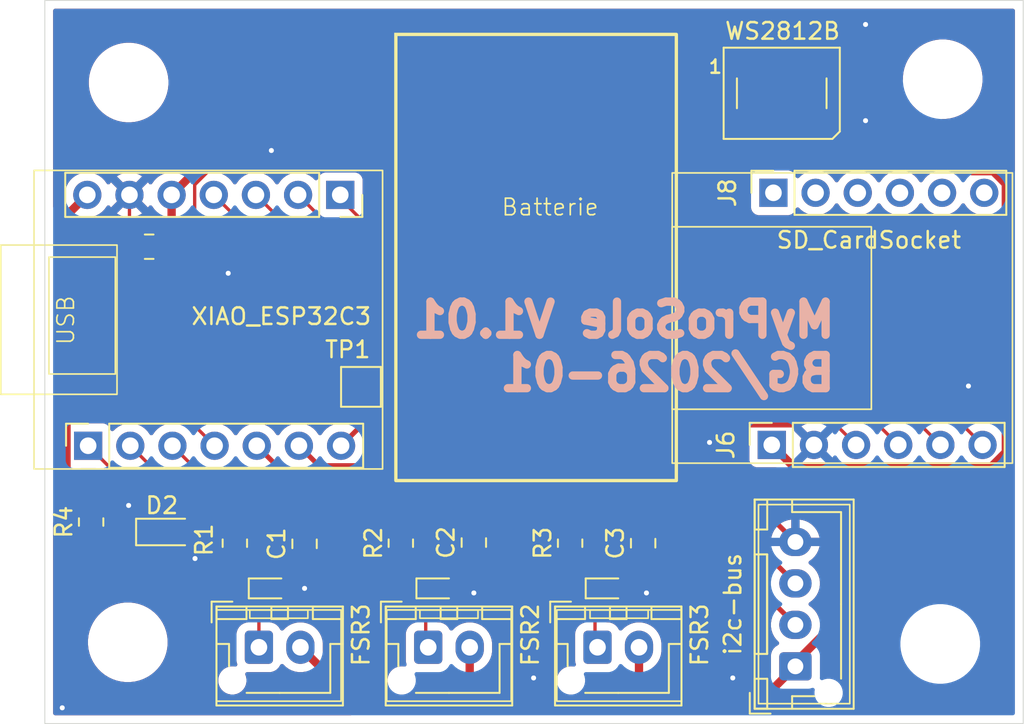
<source format=kicad_pcb>
(kicad_pcb (version 20241229) (generator "pcbnew") (generator_version "9.0")
  (title_block (title "MyProSolePCB") (date "2025-12-09") (rev "1.0"))
  (layers (0 "F.Cu" signal) (2 "B.Cu" signal) (13 "F.Paste" user) (15 "B.Paste" user) (5 "F.SilkS" user "F.Silkscreen") (7 "B.SilkS" user "B.Silkscreen") (1 "F.Mask" user) (3 "B.Mask" user) (25 "Edge.Cuts" user))
  (net 0 "")
  (net 1 "/FSR1_Input")
  (net 2 "GND")
  (net 3 "/FSR2_Input")
  (net 4 "/FSR3_Input")
  (net 5 "+3.3V")
  (net 7 "/RGB_LED")
  (net 8 "Net-(D2-A)")
  (net 9 "Net-(J4-GPIO_21)")
  (net 10 "/SCL")
  (net 11 "/SDA")
  (net 12 "/CS")
  (net 13 "/MISO")
  (net 14 "/MOSI")
  (net 15 "/SCK")
  (net 16 "+5V")
  (footprint "MountingHole:MountingHole_4.3mm_M4" (layer "F.Cu") (at 81.15 84.45)
    (property "Reference" "REF**" (hide yes))
    (property "Value" "MountingHole_4.3mm_M4" (hide yes))
    (pad "" np_thru_hole circle (at 0 0) (size 4.3 4.3) (drill 4.3) (layers "*.Cu" "*.Mask"))
  )
  (footprint "Resistor_SMD:R_0805_2012Metric_Pad1.20x1.40mm_HandSolder" (layer "F.Cu") (at 97.6 78.475 90)
    (property "Reference" "R2" (at 0 -1.65 90) (layer "F.SilkS"))
    (property "Value" "2kΩ")
    (fp_line (start -0.227064 -0.735) (end 0.227064 -0.735) (stroke (width 0.12)) (layer "F.SilkS"))
    (fp_line (start -0.227064 0.735) (end 0.227064 0.735) (stroke (width 0.12)) (layer "F.SilkS"))
    (pad "1" smd roundrect (at -1 0 90) (size 1.2 1.4) (layers "F.Cu" "F.Mask" "F.Paste") (roundrect_rratio 0.208333) (net 2 "GND"))
    (pad "2" smd roundrect (at 1 0 90) (size 1.2 1.4) (layers "F.Cu" "F.Mask" "F.Paste") (roundrect_rratio 0.208333) (net 3 "/FSR2_Input"))
  )
  (footprint "MyProSoleLibrary:jst_4pin" (layer "F.Cu") (at 121.9 82.4 90)
    (property "Reference" "REF**" (hide yes))
    (property "Value" "jst_4pin" (hide yes))
    (fp_rect (start -2.75 -2.75) (end 3.25 -2.25) (stroke (width 0.1)) (fill no) (layer "F.SilkS"))
    (fp_rect (start -5.75 -2.75) (end 6.25 2.75) (stroke (width 0.1)) (fill no) (layer "F.SilkS"))
  )
  (footprint "Resistor_SMD:R_0805_2012Metric_Pad1.20x1.40mm_HandSolder" (layer "F.Cu") (at 107.8 78.475 90)
    (property "Reference" "R3" (at 0 -1.65 90) (layer "F.SilkS"))
    (property "Value" "2kΩ")
    (fp_line (start -0.227064 -0.735) (end 0.227064 -0.735) (stroke (width 0.12)) (layer "F.SilkS"))
    (fp_line (start -0.227064 0.735) (end 0.227064 0.735) (stroke (width 0.12)) (layer "F.SilkS"))
    (pad "1" smd roundrect (at -1 0 90) (size 1.2 1.4) (layers "F.Cu" "F.Mask" "F.Paste") (roundrect_rratio 0.208333) (net 2 "GND"))
    (pad "2" smd roundrect (at 1 0 90) (size 1.2 1.4) (layers "F.Cu" "F.Mask" "F.Paste") (roundrect_rratio 0.208333) (net 4 "/FSR3_Input"))
  )
  (footprint "MyProSoleLibrary:2pin_jst" (layer "F.Cu") (at 94 85.5)
    (property "Reference" "REF**" (hide yes))
    (property "Value" "2pin_jst" (hide yes))
    (fp_rect (start -7.5 -3) (end 0 2.5) (stroke (width 0.1)) (fill no) (layer "F.SilkS"))
    (fp_rect (start -5.5 -3) (end -2 -2.5) (stroke (width 0.1)) (fill no) (layer "F.SilkS"))
  )
  (footprint "Diode_SMD:D_SOD-523" (layer "F.Cu") (at 110 81.2)
    (property "Reference" "D5" (hide yes))
    (property "Value" "ESD5Zxx")
    (fp_line (start -1.26 -0.6) (end -1.26 0.6) (stroke (width 0.12)) (layer "F.SilkS"))
    (fp_line (start 0.7 -0.6) (end -1.26 -0.6) (stroke (width 0.12)) (layer "F.SilkS"))
    (fp_line (start 0.7 0.6) (end -1.26 0.6) (stroke (width 0.12)) (layer "F.SilkS"))
    (pad "1" smd roundrect (at -0.7 0 180) (size 0.6 0.7) (layers "F.Cu" "F.Mask" "F.Paste") (net 4 "/FSR3_Input"))
    (pad "2" smd roundrect (at 0.7 0 180) (size 0.6 0.7) (layers "F.Cu" "F.Mask" "F.Paste") (net 2 "GND"))
  )
  (footprint "Resistor_SMD:R_0805_2012Metric_Pad1.20x1.40mm_HandSolder" (layer "F.Cu") (at 78.941 77.2 90)
    (property "Reference" "R4" (at 0 -1.65 90) (layer "F.SilkS"))
    (property "Value" "330Ω")
    (fp_line (start -0.227064 -0.735) (end 0.227064 -0.735) (stroke (width 0.12)) (layer "F.SilkS"))
    (fp_line (start -0.227064 0.735) (end 0.227064 0.735) (stroke (width 0.12)) (layer "F.SilkS"))
    (pad "1" smd roundrect (at -1 0 90) (size 1.2 1.4) (layers "F.Cu" "F.Mask" "F.Paste") (roundrect_rratio 0.208333) (net 16 "+5V"))
    (pad "2" smd roundrect (at 1 0 90) (size 1.2 1.4) (layers "F.Cu" "F.Mask" "F.Paste") (roundrect_rratio 0.208333) (net 8 "Net-(D2-A)"))
  )
  (footprint "Diode_SMD:D_SOD-523" (layer "F.Cu") (at 89.7 81.2)
    (property "Reference" "D3" (hide yes))
    (property "Value" "ESD5Zxx")
    (fp_line (start -1.26 -0.6) (end -1.26 0.6) (stroke (width 0.12)) (layer "F.SilkS"))
    (fp_line (start 0.7 -0.6) (end -1.26 -0.6) (stroke (width 0.12)) (layer "F.SilkS"))
    (fp_line (start 0.7 0.6) (end -1.26 0.6) (stroke (width 0.12)) (layer "F.SilkS"))
    (pad "1" smd roundrect (at -0.7 0 180) (size 0.6 0.7) (layers "F.Cu" "F.Mask" "F.Paste") (net 1 "/FSR1_Input"))
    (pad "2" smd roundrect (at 0.7 0 180) (size 0.6 0.7) (layers "F.Cu" "F.Mask" "F.Paste") (net 2 "GND"))
  )
  (footprint "Connector_JST:JST_XH_B4B-XH-AM_1x04_P2.50mm_Vertical" (layer "F.Cu") (at 121.375 85.9 90)
    (property "Reference" "J5" (hide yes))
    (property "Value" "i2c-bus" (at 3.75 -3.775 90) (layer "F.SilkS"))
    (fp_line (start -1.6 -2.75) (end -2.85 -2.75) (stroke (width 0.12)) (layer "F.SilkS"))
    (fp_line (start -2.85 -2.75) (end -2.85 -1.5) (stroke (width 0.12)) (layer "F.SilkS"))
    (fp_line (start 10.06 -2.46) (end -2.56 -2.46) (stroke (width 0.12)) (layer "F.SilkS"))
    (fp_line (start -2.56 -2.46) (end -2.56 3.51) (stroke (width 0.12)) (layer "F.SilkS"))
    (fp_line (start 10.05 -2.45) (end 8.25 -2.45) (stroke (width 0.12)) (layer "F.SilkS"))
    (fp_line (start 8.25 -2.45) (end 8.25 -1.7) (stroke (width 0.12)) (layer "F.SilkS"))
    (fp_line (start 6.75 -2.45) (end 0.75 -2.45) (stroke (width 0.12)) (layer "F.SilkS"))
    (fp_line (start 0.75 -2.45) (end 0.75 -1.7) (stroke (width 0.12)) (layer "F.SilkS"))
    (fp_line (start -0.75 -2.45) (end -2.55 -2.45) (stroke (width 0.12)) (layer "F.SilkS"))
    (fp_line (start -2.55 -2.45) (end -2.55 -1.7) (stroke (width 0.12)) (layer "F.SilkS"))
    (fp_line (start 10.05 -1.7) (end 10.05 -2.45) (stroke (width 0.12)) (layer "F.SilkS"))
    (fp_line (start 8.25 -1.7) (end 10.05 -1.7) (stroke (width 0.12)) (layer "F.SilkS"))
    (fp_line (start 6.75 -1.7) (end 6.75 -2.45) (stroke (width 0.12)) (layer "F.SilkS"))
    (fp_line (start 0.75 -1.7) (end 6.75 -1.7) (stroke (width 0.12)) (layer "F.SilkS"))
    (fp_line (start -0.75 -1.7) (end -0.75 -2.45) (stroke (width 0.12)) (layer "F.SilkS"))
    (fp_line (start -2.55 -1.7) (end -0.75 -1.7) (stroke (width 0.12)) (layer "F.SilkS"))
    (fp_line (start 10.05 -0.2) (end 9.3 -0.2) (stroke (width 0.12)) (layer "F.SilkS"))
    (fp_line (start 9.3 -0.2) (end 9.3 2.75) (stroke (width 0.12)) (layer "F.SilkS"))
    (fp_line (start -1.8 -0.2) (end -1.8 1.14) (stroke (width 0.12)) (layer "F.SilkS"))
    (fp_line (start -2.55 -0.2) (end -1.8 -0.2) (stroke (width 0.12)) (layer "F.SilkS"))
    (fp_line (start 9.3 2.75) (end 3.75 2.75) (stroke (width 0.12)) (layer "F.SilkS"))
    (fp_line (start 3.75 2.75) (end -0.74 2.75) (stroke (width 0.12)) (layer "F.SilkS"))
    (fp_line (start 10.06 3.51) (end 10.06 -2.46) (stroke (width 0.12)) (layer "F.SilkS"))
    (fp_line (start -2.56 3.51) (end 10.06 3.51) (stroke (width 0.12)) (layer "F.SilkS"))
    (pad "" np_thru_hole circle (at -1.6 2 90) (size 1.2 1.2) (drill 1.2) (layers "*.Cu" "*.Mask"))
    (pad "1" thru_hole roundrect (at 0 0 90) (size 1.7 1.95) (drill 0.95) (layers "*.Cu" "*.Mask") (roundrect_rratio 0.147059) (net 5 "+3.3V"))
    (pad "2" thru_hole oval (at 2.5 0 90) (size 1.7 1.95) (drill 0.95) (layers "*.Cu" "*.Mask") (net 11 "/SDA"))
    (pad "3" thru_hole oval (at 5 0 90) (size 1.7 1.95) (drill 0.95) (layers "*.Cu" "*.Mask") (net 10 "/SCL"))
    (pad "4" thru_hole oval (at 7.5 0 90) (size 1.7 1.95) (drill 0.95) (layers "*.Cu" "*.Mask") (net 2 "GND"))
  )
  (footprint "MyProSoleLibrary:Seeed_ESP32C3_Offset" (layer "F.Cu") (at 86 64)
    (property "Reference" "REF**" (hide yes))
    (property "Value" "Seeed_ESP32C3_Offset" (hide yes))
    (fp_rect (start -12.5 -3.5) (end -5.5 5.5) (stroke (width 0.1)) (fill no) (layer "F.SilkS"))
    (fp_rect (start -10.5 -8) (end 10.5 10) (stroke (width 0.1)) (fill no) (layer "F.SilkS"))
  )
  (footprint "MyProSoleLibrary:2pin_jst" (layer "F.Cu") (at 104.25 85.5)
    (property "Reference" "REF**" (hide yes))
    (property "Value" "2pin_jst" (hide yes))
    (fp_rect (start -7.5 -3) (end 0 2.5) (stroke (width 0.1)) (fill no) (layer "F.SilkS"))
    (fp_rect (start -5.5 -3) (end -2 -2.5) (stroke (width 0.1)) (fill no) (layer "F.SilkS"))
  )
  (footprint "Capacitor_SMD:C_0805_2012Metric_Pad1.18x1.45mm_HandSolder" (layer "F.Cu") (at 102 78.4375 90)
    (property "Reference" "C2" (at 0 -1.68 90) (layer "F.SilkS"))
    (property "Value" "10nF")
    (fp_line (start -0.261252 -0.735) (end 0.261252 -0.735) (stroke (width 0.12)) (layer "F.SilkS"))
    (fp_line (start -0.261252 0.735) (end 0.261252 0.735) (stroke (width 0.12)) (layer "F.SilkS"))
    (pad "1" smd roundrect (at -1.0375 0 90) (size 1.175 1.45) (layers "F.Cu" "F.Mask" "F.Paste") (roundrect_rratio 0.212766) (net 2 "GND"))
    (pad "2" smd roundrect (at 1.0375 0 90) (size 1.175 1.45) (layers "F.Cu" "F.Mask" "F.Paste") (roundrect_rratio 0.212766) (net 3 "/FSR2_Input"))
  )
  (footprint "MountingHole:MountingHole_4.3mm_M4" (layer "F.Cu") (at 130.1 84.55)
    (property "Reference" "REF**" (hide yes))
    (property "Value" "MountingHole_4.3mm_M4" (hide yes))
    (pad "" np_thru_hole circle (at 0 0) (size 4.3 4.3) (drill 4.3) (layers "*.Cu" "*.Mask"))
  )
  (footprint "LED_SMD:LED_miniPLCC_2315_Handsoldering" (layer "F.Cu") (at 83.45 77.8)
    (property "Reference" "D2" (at -0.25 -1.6 0) (layer "F.SilkS"))
    (property "Value" "USB-LED" (hide yes))
    (fp_line (start -1.8 0.8) (end -1.8 -0.8) (stroke (width 0.12)) (layer "F.SilkS"))
    (fp_line (start -1.8 0.8) (end 1.15 0.8) (stroke (width 0.12)) (layer "F.SilkS"))
    (fp_line (start 1.15 -0.8) (end -1.8 -0.8) (stroke (width 0.12)) (layer "F.SilkS"))
    (pad "1" smd rect (at -1 0 180) (size 1.2 1) (layers "F.Cu" "F.Mask" "F.Paste") (net 2 "GND"))
    (pad "2" smd rect (at 1 0 180) (size 1.2 1) (layers "F.Cu" "F.Mask" "F.Paste") (net 8 "Net-(D2-A)"))
  )
  (footprint "MyProSoleLibrary:diy_sdcard" (layer "F.Cu") (at 125.7 68.65 180)
    (property "Reference" "REF**" (hide yes))
    (property "Value" "diy_sdcard" (hide yes))
    (fp_rect (start -0.25 -1.75) (end 11.75 9.25) (stroke (width 0.1)) (fill no) (layer "F.SilkS"))
    (fp_rect (start -8.75 -5) (end 11.75 12.5) (stroke (width 0.1)) (fill no) (layer "F.SilkS"))
  )
  (footprint "MountingHole:MountingHole_4.3mm_M4" (layer "F.Cu") (at 81.2 50.7)
    (property "Reference" "REF**" (hide yes))
    (property "Value" "MountingHole_4.3mm_M4" (hide yes))
    (pad "" np_thru_hole circle (at 0 0) (size 4.3 4.3) (drill 4.3) (layers "*.Cu" "*.Mask"))
  )
  (footprint "Diode_SMD:D_SOD-523" (layer "F.Cu") (at 99.8 81.2)
    (property "Reference" "D4" (hide yes))
    (property "Value" "ESD5Zxx")
    (fp_line (start -1.26 -0.6) (end -1.26 0.6) (stroke (width 0.12)) (layer "F.SilkS"))
    (fp_line (start 0.7 -0.6) (end -1.26 -0.6) (stroke (width 0.12)) (layer "F.SilkS"))
    (fp_line (start 0.7 0.6) (end -1.26 0.6) (stroke (width 0.12)) (layer "F.SilkS"))
    (pad "1" smd roundrect (at -0.7 0 180) (size 0.6 0.7) (layers "F.Cu" "F.Mask" "F.Paste") (net 3 "/FSR2_Input"))
    (pad "2" smd roundrect (at 0.7 0 180) (size 0.6 0.7) (layers "F.Cu" "F.Mask" "F.Paste") (net 2 "GND"))
  )
  (footprint "MountingHole:MountingHole_4.3mm_M4" (layer "F.Cu") (at 130.25 50.5)
    (property "Reference" "REF**" (hide yes))
    (property "Value" "MountingHole_4.3mm_M4" (hide yes))
    (pad "" np_thru_hole circle (at 0 0) (size 4.3 4.3) (drill 4.3) (layers "*.Cu" "*.Mask"))
  )
  (footprint "Connector_PinSocket_2.54mm:PinSocket_1x07_P2.54mm_Vertical" (layer "F.Cu") (at 93.95 57.475 -90)
    (property "Reference" "J7" (hide yes))
    (property "Value" "XIAO_ESP32C3" (at 7.325 3.55 180) (layer "F.SilkS"))
    (fp_line (start -1.33 16.57) (end 1.33 16.57) (stroke (width 0.12)) (layer "F.SilkS"))
    (fp_line (start -1.33 1.27) (end -1.33 16.57) (stroke (width 0.12)) (layer "F.SilkS"))
    (fp_line (start -1.33 1.27) (end 1.33 1.27) (stroke (width 0.12)) (layer "F.SilkS"))
    (fp_line (start 1.33 1.27) (end 1.33 16.57) (stroke (width 0.12)) (layer "F.SilkS"))
    (fp_line (start 0 -1.33) (end 1.33 -1.33) (stroke (width 0.12)) (layer "F.SilkS"))
    (fp_line (start 1.33 -1.33) (end 1.33 0) (stroke (width 0.12)) (layer "F.SilkS"))
    (pad "1" thru_hole rect (at 0 0 270) (size 1.7 1.7) (drill 1) (layers "*.Cu" "*.Mask") (net 12 "/CS"))
    (pad "2" thru_hole circle (at 0 2.54 270) (size 1.7 1.7) (drill 1) (layers "*.Cu" "*.Mask") (net 15 "/SCK"))
    (pad "3" thru_hole circle (at 0 5.08 270) (size 1.7 1.7) (drill 1) (layers "*.Cu" "*.Mask") (net 13 "/MISO"))
    (pad "4" thru_hole circle (at 0 7.62 270) (size 1.7 1.7) (drill 1) (layers "*.Cu" "*.Mask") (net 14 "/MOSI"))
    (pad "5" thru_hole circle (at 0 10.16 270) (size 1.7 1.7) (drill 1) (layers "*.Cu" "*.Mask") (net 5 "+3.3V"))
    (pad "6" thru_hole circle (at 0 12.7 270) (size 1.7 1.7) (drill 1) (layers "*.Cu" "*.Mask") (net 2 "GND"))
    (pad "7" thru_hole circle (at 0 15.24 270) (size 1.7 1.7) (drill 1) (layers "*.Cu" "*.Mask") (net 16 "+5V"))
  )
  (footprint "Connector_JST:JST_XH_B2B-XH-AM_1x02_P2.50mm_Vertical" (layer "F.Cu") (at 109.45 84.75)
    (property "Reference" "J3" (hide yes))
    (property "Value" "FSR3" (at 6.15 -0.75 90) (layer "F.SilkS"))
    (fp_line (start -2.85 -2.75) (end -2.85 -1.5) (stroke (width 0.12)) (layer "F.SilkS"))
    (fp_line (start -2.56 -2.46) (end -2.56 3.51) (stroke (width 0.12)) (layer "F.SilkS"))
    (fp_line (start -2.56 3.51) (end 5.06 3.51) (stroke (width 0.12)) (layer "F.SilkS"))
    (fp_line (start -2.55 -2.45) (end -2.55 -1.7) (stroke (width 0.12)) (layer "F.SilkS"))
    (fp_line (start -2.55 -1.7) (end -0.75 -1.7) (stroke (width 0.12)) (layer "F.SilkS"))
    (fp_line (start -2.55 -0.2) (end -1.8 -0.2) (stroke (width 0.12)) (layer "F.SilkS"))
    (fp_line (start -1.8 -0.2) (end -1.8 1.14) (stroke (width 0.12)) (layer "F.SilkS"))
    (fp_line (start -1.6 -2.75) (end -2.85 -2.75) (stroke (width 0.12)) (layer "F.SilkS"))
    (fp_line (start -0.75 -2.45) (end -2.55 -2.45) (stroke (width 0.12)) (layer "F.SilkS"))
    (fp_line (start -0.75 -1.7) (end -0.75 -2.45) (stroke (width 0.12)) (layer "F.SilkS"))
    (fp_line (start 0.75 -2.45) (end 0.75 -1.7) (stroke (width 0.12)) (layer "F.SilkS"))
    (fp_line (start 0.75 -1.7) (end 1.75 -1.7) (stroke (width 0.12)) (layer "F.SilkS"))
    (fp_line (start 1.25 2.75) (end -0.74 2.75) (stroke (width 0.12)) (layer "F.SilkS"))
    (fp_line (start 1.75 -2.45) (end 0.75 -2.45) (stroke (width 0.12)) (layer "F.SilkS"))
    (fp_line (start 1.75 -1.7) (end 1.75 -2.45) (stroke (width 0.12)) (layer "F.SilkS"))
    (fp_line (start 3.25 -2.45) (end 3.25 -1.7) (stroke (width 0.12)) (layer "F.SilkS"))
    (fp_line (start 3.25 -1.7) (end 5.05 -1.7) (stroke (width 0.12)) (layer "F.SilkS"))
    (fp_line (start 4.3 -0.2) (end 4.3 2.75) (stroke (width 0.12)) (layer "F.SilkS"))
    (fp_line (start 4.3 2.75) (end 1.25 2.75) (stroke (width 0.12)) (layer "F.SilkS"))
    (fp_line (start 5.05 -2.45) (end 3.25 -2.45) (stroke (width 0.12)) (layer "F.SilkS"))
    (fp_line (start 5.05 -1.7) (end 5.05 -2.45) (stroke (width 0.12)) (layer "F.SilkS"))
    (fp_line (start 5.05 -0.2) (end 4.3 -0.2) (stroke (width 0.12)) (layer "F.SilkS"))
    (fp_line (start 5.06 -2.46) (end -2.56 -2.46) (stroke (width 0.12)) (layer "F.SilkS"))
    (fp_line (start 5.06 3.51) (end 5.06 -2.46) (stroke (width 0.12)) (layer "F.SilkS"))
    (pad "" np_thru_hole circle (at -1.6 2) (size 1.2 1.2) (drill 1.2) (layers "*.Cu" "*.Mask"))
    (pad "1" thru_hole roundrect (at 0 0) (size 1.7 2) (drill 1) (layers "*.Cu" "*.Mask") (roundrect_rratio 0.147059) (net 4 "/FSR3_Input"))
    (pad "2" thru_hole oval (at 2.5 0) (size 1.7 2) (drill 1) (layers "*.Cu" "*.Mask") (net 5 "+3.3V"))
  )
  (footprint "Capacitor_SMD:C_0805_2012Metric_Pad1.18x1.45mm_HandSolder" (layer "F.Cu") (at 91.8 78.5125 90)
    (property "Reference" "C1" (at 0 -1.68 90) (layer "F.SilkS"))
    (property "Value" "10nF")
    (fp_line (start -0.261252 -0.735) (end 0.261252 -0.735) (stroke (width 0.12)) (layer "F.SilkS"))
    (fp_line (start -0.261252 0.735) (end 0.261252 0.735) (stroke (width 0.12)) (layer "F.SilkS"))
    (pad "1" smd roundrect (at -1.0375 0 90) (size 1.175 1.45) (layers "F.Cu" "F.Mask" "F.Paste") (roundrect_rratio 0.212766) (net 2 "GND"))
    (pad "2" smd roundrect (at 1.0375 0 90) (size 1.175 1.45) (layers "F.Cu" "F.Mask" "F.Paste") (roundrect_rratio 0.212766) (net 1 "/FSR1_Input"))
  )
  (footprint "LED_SMD:LED_WS2812B_PLCC4_5.0x5.0mm_P3.2mm" (layer "F.Cu") (at 120.55 51.35)
    (property "Reference" "D1" (hide yes))
    (property "Value" "WS2812B" (at 0.05 -3.75 0) (layer "F.SilkS"))
    (fp_line (start -3.5 -2.75) (end -3.5 2.75) (stroke (width 0.12)) (layer "F.SilkS"))
    (fp_line (start -3.5 -2.75) (end 3.5 -2.75) (stroke (width 0.12)) (layer "F.SilkS"))
    (fp_line (start -3.5 2.75) (end 3.05 2.75) (stroke (width 0.12)) (layer "F.SilkS"))
    (fp_line (start -2.7 0.9) (end -2.7 -0.9) (stroke (width 0.12)) (layer "F.SilkS"))
    (fp_line (start 2.7 0.9) (end 2.7 -0.9) (stroke (width 0.12)) (layer "F.SilkS"))
    (fp_line (start 3.05 2.75) (end 3.5 2.3) (stroke (width 0.12)) (layer "F.SilkS"))
    (fp_line (start 3.5 2.3) (end 3.5 -2.75) (stroke (width 0.12)) (layer "F.SilkS"))
    (fp_text user "1" (at -4 -1.6 0) (layer "F.SilkS") (effects (font (size 0.8 0.8))))
    (pad "1" smd roundrect (at -2.45 -1.65) (size 1.5 0.9) (layers "F.Cu" "F.Mask" "F.Paste") (roundrect_rratio 0.1) (net 5 "+3.3V"))
    (pad "2" smd roundrect (at -2.45 1.65) (size 1.5 0.9) (layers "F.Cu" "F.Mask" "F.Paste") (roundrect_rratio 0.1))
    (pad "3" smd roundrect (at 2.45 1.65) (size 1.5 0.9) (layers "F.Cu" "F.Mask" "F.Paste") (roundrect_rratio 0.1) (net 2 "GND"))
    (pad "4" smd roundrect (at 2.45 -1.65) (size 1.5 0.9) (layers "F.Cu" "F.Mask" "F.Paste") (roundrect_rratio 0.1) (net 7 "/RGB_LED"))
  )
  (footprint "MyProSoleLibrary:2pin_jst" (layer "F.Cu") (at 114.5 85.5)
    (property "Reference" "REF**" (hide yes))
    (property "Value" "2pin_jst" (hide yes))
    (fp_rect (start -7.5 -3) (end 0 2.5) (stroke (width 0.1)) (fill no) (layer "F.SilkS"))
    (fp_rect (start -5.5 -3) (end -2 -2.5) (stroke (width 0.1)) (fill no) (layer "F.SilkS"))
  )
  (footprint "Connector_PinSocket_2.54mm:PinSocket_1x06_P2.54mm_Vertical" (layer "F.Cu") (at 119.95 72.55 90)
    (property "Reference" "J6" (at 0 -2.77 90) (layer "F.SilkS"))
    (property "Value" "SD_CardSocket" (at 12.35 5.85 180) (layer "F.SilkS"))
    (fp_line (start 1.33 -1.33) (end 1.33 0) (stroke (width 0.12)) (layer "F.SilkS"))
    (fp_line (start 0 -1.33) (end 1.33 -1.33) (stroke (width 0.12)) (layer "F.SilkS"))
    (fp_line (start 1.33 1.27) (end 1.33 14.03) (stroke (width 0.12)) (layer "F.SilkS"))
    (fp_line (start -1.33 1.27) (end 1.33 1.27) (stroke (width 0.12)) (layer "F.SilkS"))
    (fp_line (start -1.33 1.27) (end -1.33 14.03) (stroke (width 0.12)) (layer "F.SilkS"))
    (fp_line (start -1.33 14.03) (end 1.33 14.03) (stroke (width 0.12)) (layer "F.SilkS"))
    (pad "1" thru_hole rect (at 0 0 90) (size 1.7 1.7) (drill 1) (layers "*.Cu" "*.Mask") (net 5 "+3.3V"))
    (pad "2" thru_hole circle (at 0 2.54 90) (size 1.7 1.7) (drill 1) (layers "*.Cu" "*.Mask") (net 2 "GND"))
    (pad "3" thru_hole circle (at 0 5.08 90) (size 1.7 1.7) (drill 1) (layers "*.Cu" "*.Mask") (net 14 "/MOSI"))
    (pad "4" thru_hole circle (at 0 7.62 90) (size 1.7 1.7) (drill 1) (layers "*.Cu" "*.Mask") (net 13 "/MISO"))
    (pad "5" thru_hole circle (at 0 10.16 90) (size 1.7 1.7) (drill 1) (layers "*.Cu" "*.Mask") (net 15 "/SCK"))
    (pad "6" thru_hole circle (at 0 12.7 90) (size 1.7 1.7) (drill 1) (layers "*.Cu" "*.Mask") (net 12 "/CS"))
  )
  (footprint "Resistor_SMD:R_0805_2012Metric_Pad1.20x1.40mm_HandSolder" (layer "F.Cu") (at 87.6 78.475 90)
    (property "Reference" "R1" (at 0.2 -1.85 90) (layer "F.SilkS"))
    (property "Value" "2kΩ")
    (fp_line (start -0.227064 -0.735) (end 0.227064 -0.735) (stroke (width 0.12)) (layer "F.SilkS"))
    (fp_line (start -0.227064 0.735) (end 0.227064 0.735) (stroke (width 0.12)) (layer "F.SilkS"))
    (pad "1" smd roundrect (at -1 0 90) (size 1.2 1.4) (layers "F.Cu" "F.Mask" "F.Paste") (roundrect_rratio 0.208333) (net 2 "GND"))
    (pad "2" smd roundrect (at 1 0 90) (size 1.2 1.4) (layers "F.Cu" "F.Mask" "F.Paste") (roundrect_rratio 0.208333) (net 1 "/FSR1_Input"))
  )
  (footprint "Connector_JST:JST_XH_B2B-XH-AM_1x02_P2.50mm_Vertical" (layer "F.Cu") (at 89.05 84.75)
    (property "Reference" "J1" (hide yes))
    (property "Value" "FSR3" (at 6.15 -0.75 90) (layer "F.SilkS"))
    (fp_line (start -2.85 -2.75) (end -2.85 -1.5) (stroke (width 0.12)) (layer "F.SilkS"))
    (fp_line (start -2.56 -2.46) (end -2.56 3.51) (stroke (width 0.12)) (layer "F.SilkS"))
    (fp_line (start -2.56 3.51) (end 5.06 3.51) (stroke (width 0.12)) (layer "F.SilkS"))
    (fp_line (start -2.55 -2.45) (end -2.55 -1.7) (stroke (width 0.12)) (layer "F.SilkS"))
    (fp_line (start -2.55 -1.7) (end -0.75 -1.7) (stroke (width 0.12)) (layer "F.SilkS"))
    (fp_line (start -2.55 -0.2) (end -1.8 -0.2) (stroke (width 0.12)) (layer "F.SilkS"))
    (fp_line (start -1.8 -0.2) (end -1.8 1.14) (stroke (width 0.12)) (layer "F.SilkS"))
    (fp_line (start -1.6 -2.75) (end -2.85 -2.75) (stroke (width 0.12)) (layer "F.SilkS"))
    (fp_line (start -0.75 -2.45) (end -2.55 -2.45) (stroke (width 0.12)) (layer "F.SilkS"))
    (fp_line (start -0.75 -1.7) (end -0.75 -2.45) (stroke (width 0.12)) (layer "F.SilkS"))
    (fp_line (start 0.75 -2.45) (end 0.75 -1.7) (stroke (width 0.12)) (layer "F.SilkS"))
    (fp_line (start 0.75 -1.7) (end 1.75 -1.7) (stroke (width 0.12)) (layer "F.SilkS"))
    (fp_line (start 1.25 2.75) (end -0.74 2.75) (stroke (width 0.12)) (layer "F.SilkS"))
    (fp_line (start 1.75 -2.45) (end 0.75 -2.45) (stroke (width 0.12)) (layer "F.SilkS"))
    (fp_line (start 1.75 -1.7) (end 1.75 -2.45) (stroke (width 0.12)) (layer "F.SilkS"))
    (fp_line (start 3.25 -2.45) (end 3.25 -1.7) (stroke (width 0.12)) (layer "F.SilkS"))
    (fp_line (start 3.25 -1.7) (end 5.05 -1.7) (stroke (width 0.12)) (layer "F.SilkS"))
    (fp_line (start 4.3 -0.2) (end 4.3 2.75) (stroke (width 0.12)) (layer "F.SilkS"))
    (fp_line (start 4.3 2.75) (end 1.25 2.75) (stroke (width 0.12)) (layer "F.SilkS"))
    (fp_line (start 5.05 -2.45) (end 3.25 -2.45) (stroke (width 0.12)) (layer "F.SilkS"))
    (fp_line (start 5.05 -1.7) (end 5.05 -2.45) (stroke (width 0.12)) (layer "F.SilkS"))
    (fp_line (start 5.05 -0.2) (end 4.3 -0.2) (stroke (width 0.12)) (layer "F.SilkS"))
    (fp_line (start 5.06 -2.46) (end -2.56 -2.46) (stroke (width 0.12)) (layer "F.SilkS"))
    (fp_line (start 5.06 3.51) (end 5.06 -2.46) (stroke (width 0.12)) (layer "F.SilkS"))
    (pad "" np_thru_hole circle (at -1.6 2) (size 1.2 1.2) (drill 1.2) (layers "*.Cu" "*.Mask"))
    (pad "1" thru_hole roundrect (at 0 0) (size 1.7 2) (drill 1) (layers "*.Cu" "*.Mask") (roundrect_rratio 0.147059) (net 1 "/FSR1_Input"))
    (pad "2" thru_hole oval (at 2.5 0) (size 1.7 2) (drill 1) (layers "*.Cu" "*.Mask") (net 5 "+3.3V"))
  )
  (footprint "Connector_PinSocket_2.54mm:PinSocket_1x06_P2.54mm_Vertical" (layer "F.Cu") (at 120.05 57.35 90)
    (property "Reference" "J8" (at 0 -2.77 90) (layer "F.SilkS"))
    (property "Value" "SD_CardSocketDummy" (hide yes))
    (fp_line (start 1.33 -1.33) (end 1.33 0) (stroke (width 0.12)) (layer "F.SilkS"))
    (fp_line (start 0 -1.33) (end 1.33 -1.33) (stroke (width 0.12)) (layer "F.SilkS"))
    (fp_line (start 1.33 1.27) (end 1.33 14.03) (stroke (width 0.12)) (layer "F.SilkS"))
    (fp_line (start -1.33 1.27) (end 1.33 1.27) (stroke (width 0.12)) (layer "F.SilkS"))
    (fp_line (start -1.33 1.27) (end -1.33 14.03) (stroke (width 0.12)) (layer "F.SilkS"))
    (fp_line (start -1.33 14.03) (end 1.33 14.03) (stroke (width 0.12)) (layer "F.SilkS"))
    (pad "1" thru_hole rect (at 0 0 90) (size 1.7 1.7) (drill 1) (layers "*.Cu" "*.Mask"))
    (pad "2" thru_hole circle (at 0 2.54 90) (size 1.7 1.7) (drill 1) (layers "*.Cu" "*.Mask"))
    (pad "3" thru_hole circle (at 0 5.08 90) (size 1.7 1.7) (drill 1) (layers "*.Cu" "*.Mask"))
    (pad "4" thru_hole circle (at 0 7.62 90) (size 1.7 1.7) (drill 1) (layers "*.Cu" "*.Mask"))
    (pad "5" thru_hole circle (at 0 10.16 90) (size 1.7 1.7) (drill 1) (layers "*.Cu" "*.Mask"))
    (pad "6" thru_hole circle (at 0 12.7 90) (size 1.7 1.7) (drill 1) (layers "*.Cu" "*.Mask"))
  )
  (footprint "Connector_PinSocket_2.54mm:PinSocket_1x07_P2.54mm_Vertical" (layer "F.Cu") (at 78.76 72.6 90)
    (property "Reference" "J4" (hide yes))
    (property "Value" "Conn_01x07_Socket_XIAO_ESP32C3_Left" (hide yes))
    (fp_line (start 1.33 -1.33) (end 1.33 0) (stroke (width 0.12)) (layer "F.SilkS"))
    (fp_line (start 0 -1.33) (end 1.33 -1.33) (stroke (width 0.12)) (layer "F.SilkS"))
    (fp_line (start 1.33 1.27) (end 1.33 16.57) (stroke (width 0.12)) (layer "F.SilkS"))
    (fp_line (start -1.33 1.27) (end 1.33 1.27) (stroke (width 0.12)) (layer "F.SilkS"))
    (fp_line (start -1.33 1.27) (end -1.33 16.57) (stroke (width 0.12)) (layer "F.SilkS"))
    (fp_line (start -1.33 16.57) (end 1.33 16.57) (stroke (width 0.12)) (layer "F.SilkS"))
    (pad "1" thru_hole rect (at 0 0 90) (size 1.7 1.7) (drill 1) (layers "*.Cu" "*.Mask") (net 1 "/FSR1_Input"))
    (pad "2" thru_hole circle (at 0 2.54 90) (size 1.7 1.7) (drill 1) (layers "*.Cu" "*.Mask") (net 3 "/FSR2_Input"))
    (pad "3" thru_hole circle (at 0 5.08 90) (size 1.7 1.7) (drill 1) (layers "*.Cu" "*.Mask") (net 4 "/FSR3_Input"))
    (pad "4" thru_hole circle (at 0 7.62 90) (size 1.7 1.7) (drill 1) (layers "*.Cu" "*.Mask") (net 7 "/RGB_LED"))
    (pad "5" thru_hole circle (at 0 10.16 90) (size 1.7 1.7) (drill 1) (layers "*.Cu" "*.Mask") (net 11 "/SDA"))
    (pad "6" thru_hole circle (at 0 12.7 90) (size 1.7 1.7) (drill 1) (layers "*.Cu" "*.Mask") (net 10 "/SCL"))
    (pad "7" thru_hole circle (at 0 15.24 90) (size 1.7 1.7) (drill 1) (layers "*.Cu" "*.Mask") (net 9 "Net-(J4-GPIO_21)"))
  )
  (footprint "Capacitor_SMD:C_0805_2012Metric_Pad1.18x1.45mm_HandSolder" (layer "F.Cu") (at 112.2 78.475 90)
    (property "Reference" "C3" (at 0 -1.68 90) (layer "F.SilkS"))
    (property "Value" "10nF")
    (fp_line (start -0.261252 -0.735) (end 0.261252 -0.735) (stroke (width 0.12)) (layer "F.SilkS"))
    (fp_line (start -0.261252 0.735) (end 0.261252 0.735) (stroke (width 0.12)) (layer "F.SilkS"))
    (pad "1" smd roundrect (at -1.0375 0 90) (size 1.175 1.45) (layers "F.Cu" "F.Mask" "F.Paste") (roundrect_rratio 0.212766) (net 2 "GND"))
    (pad "2" smd roundrect (at 1.0375 0 90) (size 1.175 1.45) (layers "F.Cu" "F.Mask" "F.Paste") (roundrect_rratio 0.212766) (net 4 "/FSR3_Input"))
  )
  (footprint "TestPoint:TestPoint_Pad_2.0x2.0mm" (layer "F.Cu") (at 95.2 69.05 180)
    (property "Reference" "TP1" (at 0.8 2.25 0) (layer "F.SilkS"))
    (property "Value" "TestPoint" (hide yes))
    (fp_line (start 1.2 1.2) (end -1.2 1.2) (stroke (width 0.12)) (layer "F.SilkS"))
    (fp_line (start 1.2 -1.2) (end 1.2 1.2) (stroke (width 0.12)) (layer "F.SilkS"))
    (fp_line (start -1.2 1.2) (end -1.2 -1.2) (stroke (width 0.12)) (layer "F.SilkS"))
    (fp_line (start -1.2 -1.2) (end 1.2 -1.2) (stroke (width 0.12)) (layer "F.SilkS"))
    (pad "1" smd rect (at 0 0 180) (size 2 2) (layers "F.Cu" "F.Mask") (net 9 "Net-(J4-GPIO_21)"))
  )
  (footprint "Connector_JST:JST_XH_B2B-XH-AM_1x02_P2.50mm_Vertical" (layer "F.Cu") (at 99.25 84.75)
    (property "Reference" "J2" (hide yes))
    (property "Value" "FSR2" (at 6.15 -0.75 90) (layer "F.SilkS"))
    (fp_line (start -2.85 -2.75) (end -2.85 -1.5) (stroke (width 0.12)) (layer "F.SilkS"))
    (fp_line (start -2.56 -2.46) (end -2.56 3.51) (stroke (width 0.12)) (layer "F.SilkS"))
    (fp_line (start -2.56 3.51) (end 5.06 3.51) (stroke (width 0.12)) (layer "F.SilkS"))
    (fp_line (start -2.55 -2.45) (end -2.55 -1.7) (stroke (width 0.12)) (layer "F.SilkS"))
    (fp_line (start -2.55 -1.7) (end -0.75 -1.7) (stroke (width 0.12)) (layer "F.SilkS"))
    (fp_line (start -2.55 -0.2) (end -1.8 -0.2) (stroke (width 0.12)) (layer "F.SilkS"))
    (fp_line (start -1.8 -0.2) (end -1.8 1.14) (stroke (width 0.12)) (layer "F.SilkS"))
    (fp_line (start -1.6 -2.75) (end -2.85 -2.75) (stroke (width 0.12)) (layer "F.SilkS"))
    (fp_line (start -0.75 -2.45) (end -2.55 -2.45) (stroke (width 0.12)) (layer "F.SilkS"))
    (fp_line (start -0.75 -1.7) (end -0.75 -2.45) (stroke (width 0.12)) (layer "F.SilkS"))
    (fp_line (start 0.75 -2.45) (end 0.75 -1.7) (stroke (width 0.12)) (layer "F.SilkS"))
    (fp_line (start 0.75 -1.7) (end 1.75 -1.7) (stroke (width 0.12)) (layer "F.SilkS"))
    (fp_line (start 1.25 2.75) (end -0.74 2.75) (stroke (width 0.12)) (layer "F.SilkS"))
    (fp_line (start 1.75 -2.45) (end 0.75 -2.45) (stroke (width 0.12)) (layer "F.SilkS"))
    (fp_line (start 1.75 -1.7) (end 1.75 -2.45) (stroke (width 0.12)) (layer "F.SilkS"))
    (fp_line (start 3.25 -2.45) (end 3.25 -1.7) (stroke (width 0.12)) (layer "F.SilkS"))
    (fp_line (start 3.25 -1.7) (end 5.05 -1.7) (stroke (width 0.12)) (layer "F.SilkS"))
    (fp_line (start 4.3 -0.2) (end 4.3 2.75) (stroke (width 0.12)) (layer "F.SilkS"))
    (fp_line (start 4.3 2.75) (end 1.25 2.75) (stroke (width 0.12)) (layer "F.SilkS"))
    (fp_line (start 5.05 -2.45) (end 3.25 -2.45) (stroke (width 0.12)) (layer "F.SilkS"))
    (fp_line (start 5.05 -1.7) (end 5.05 -2.45) (stroke (width 0.12)) (layer "F.SilkS"))
    (fp_line (start 5.05 -0.2) (end 4.3 -0.2) (stroke (width 0.12)) (layer "F.SilkS"))
    (fp_line (start 5.06 -2.46) (end -2.56 -2.46) (stroke (width 0.12)) (layer "F.SilkS"))
    (fp_line (start 5.06 3.51) (end 5.06 -2.46) (stroke (width 0.12)) (layer "F.SilkS"))
    (pad "" np_thru_hole circle (at -1.6 2) (size 1.2 1.2) (drill 1.2) (layers "*.Cu" "*.Mask"))
    (pad "1" thru_hole roundrect (at 0 0) (size 1.7 2) (drill 1) (layers "*.Cu" "*.Mask") (roundrect_rratio 0.147059) (net 3 "/FSR2_Input"))
    (pad "2" thru_hole oval (at 2.5 0) (size 1.7 2) (drill 1) (layers "*.Cu" "*.Mask") (net 5 "+3.3V"))
  )
  (footprint "Capacitor_SMD:C_0805_2012Metric_Pad1.18x1.45mm_HandSolder" (layer "F.Cu") (at 82.4375 60.6)
    (property "Reference" "C4" (hide yes))
    (property "Value" "10uF")
    (fp_line (start -0.261252 -0.735) (end 0.261252 -0.735) (stroke (width 0.12)) (layer "F.SilkS"))
    (fp_line (start -0.261252 0.735) (end 0.261252 0.735) (stroke (width 0.12)) (layer "F.SilkS"))
    (pad "1" smd roundrect (at -1.0375 0) (size 1.175 1.45) (layers "F.Cu" "F.Mask" "F.Paste") (roundrect_rratio 0.212766) (net 2 "GND"))
    (pad "2" smd roundrect (at 1.0375 0) (size 1.175 1.45) (layers "F.Cu" "F.Mask" "F.Paste") (roundrect_rratio 0.212766) (net 5 "+3.3V"))
  )
  (gr_rect (start 97.3 47.8) (end 114.2 74.7) (stroke (width 0.2)) (fill no) (layer "F.SilkS"))
  (gr_rect (start 76.4 61.225) (end 80.4 68.275) (stroke (width 0.1)) (fill no) (layer "F.SilkS"))
  (gr_rect (start 76.15 45.75) (end 135.1 89.35) (stroke (width 0.05)) (fill no) (layer "Edge.Cuts"))
  (gr_text "USB" (at 78 66.6 90) (layer "F.SilkS") (effects (font (size 1 1) (thickness 0.1)) (justify left bottom)))
  (gr_text "Batterie" (at 103.6 58.8 0) (layer "F.SilkS") (effects (font (size 1 1) (thickness 0.1)) (justify left bottom)))
  (gr_text "MyProSole V1.01\nBG/2026-01" (at 124 69.4 0) (layer "B.SilkS") (effects (font (size 2 2) (thickness 0.5) (bold yes)) (justify left bottom mirror)))
  (segment (start 89.05 81.525) (end 89 81.475) (width 0.2) (layer "F.Cu") (net 1))
  (segment (start 89.8 77.475) (end 87.6 77.475) (width 0.2) (layer "F.Cu") (net 1))
  (segment (start 88.724 76.399) (end 82.559 76.399) (width 0.2) (layer "F.Cu") (net 1))
  (segment (start 89 78.275) (end 89.8 77.475) (width 0.2) (layer "F.Cu") (net 1))
  (segment (start 89 81.2) (end 89 78.275) (width 0.2) (layer "F.Cu") (net 1))
  (segment (start 89.05 85.225) (end 89.05 81.525) (width 0.2) (layer "F.Cu") (net 1))
  (segment (start 82.559 76.399) (end 78.76 72.6) (width 0.2) (layer "F.Cu") (net 1))
  (segment (start 89.8 77.475) (end 88.724 76.399) (width 0.2) (layer "F.Cu") (net 1))
  (segment (start 91.8 77.475) (end 89.8 77.475) (width 0.2) (layer "F.Cu") (net 1))
  (segment (start 116.2 73.225) (end 121.375 78.4) (width 0.3) (layer "F.Cu") (net 2))
  (segment (start 91.8 81.2) (end 91.8 79.55) (width 0.2) (layer "F.Cu") (net 2))
  (segment (start 117.251 71.349) (end 121.289 71.349) (width 0.3) (layer "F.Cu") (net 2))
  (segment (start 121.289 71.349) (end 122.49 72.55) (width 0.3) (layer "F.Cu") (net 2))
  (segment (start 85.275 79.475) (end 85.2 79.4) (width 0.2) (layer "F.Cu") (net 2))
  (segment (start 102 81.475) (end 102 79.475) (width 0.2) (layer "F.Cu") (net 2))
  (segment (start 112.4 81.475) (end 112.2 81.275) (width 0.2) (layer "F.Cu") (net 2))
  (segment (start 125.6 53) (end 123 53) (width 0.3) (layer "F.Cu") (net 2))
  (segment (start 90.4 81.2) (end 91.8 81.2) (width 0.2) (layer "F.Cu") (net 2))
  (segment (start 81.25 60.45) (end 81.4 60.6) (width 0.2) (layer "F.Cu") (net 2))
  (segment (start 116.2 72.4) (end 116.2 73.225) (width 0.3) (layer "F.Cu") (net 2))
  (segment (start 82.45 77.45) (end 81.2 76.2) (width 0.3) (layer "F.Cu") (net 2))
  (segment (start 112.4 81.475) (end 111 81.475) (width 0.2) (layer "F.Cu") (net 2))
  (segment (start 81.25 57.475) (end 81.25 60.45) (width 0.2) (layer "F.Cu") (net 2))
  (segment (start 116.2 72.4) (end 117.251 71.349) (width 0.3) (layer "F.Cu") (net 2))
  (segment (start 87.6 79.475) (end 85.275 79.475) (width 0.2) (layer "F.Cu") (net 2))
  (segment (start 112.2 81.275) (end 112.2 79.5125) (width 0.2) (layer "F.Cu") (net 2))
  (segment (start 82.45 77.8) (end 82.45 77.45) (width 0.3) (layer "F.Cu") (net 2))
  (segment (start 102 81.475) (end 100.5 81.475) (width 0.2) (layer "F.Cu") (net 2))
  (via (at 87.2 62.2) (size 0.6) (drill 0.3) (layers "F.Cu" "B.Cu") (net 2))
  (via (at 125.6 53) (size 0.6) (drill 0.3) (layers "F.Cu" "B.Cu") (net 2))
  (via (at 85.2 79.4) (size 0.6) (drill 0.3) (layers "F.Cu" "B.Cu") (net 2))
  (via (at 81.2 76.2) (size 0.6) (drill 0.3) (layers "F.Cu" "B.Cu") (net 2))
  (via (at 116.2 72.4) (size 0.6) (drill 0.3) (layers "F.Cu" "B.Cu") (net 2))
  (via (at 89.8 54.8) (size 0.6) (drill 0.3) (layers "F.Cu" "B.Cu") (net 2))
  (via (at 131.8 69) (size 0.6) (drill 0.3) (layers "F.Cu" "B.Cu") (net 2))
  (via (at 125.6 47.2) (size 0.6) (drill 0.3) (layers "F.Cu" "B.Cu") (net 2))
  (via (at 91.8 81.2) (size 0.6) (drill 0.3) (layers "F.Cu" "B.Cu") (net 2))
  (via (at 105.6 86.6) (size 0.6) (drill 0.3) (layers "F.Cu" "B.Cu") (net 2))
  (via (at 77.2 88.4) (size 0.6) (drill 0.3) (layers "F.Cu" "B.Cu") (net 2))
  (via (at 102 81.475) (size 0.6) (drill 0.3) (layers "F.Cu" "B.Cu") (net 2))
  (via (at 112.4 81.475) (size 0.6) (drill 0.3) (layers "F.Cu" "B.Cu") (net 2))
  (via (at 117.6 86.6) (size 0.6) (drill 0.3) (layers "F.Cu" "B.Cu") (net 2))
  (segment (start 98.198 75.998) (end 84.698 75.998) (width 0.2) (layer "F.Cu") (net 3))
  (segment (start 99.1 81.2) (end 99.1 84.6) (width 0.2) (layer "F.Cu") (net 3))
  (segment (start 99.6 77.4) (end 98.198 75.998) (width 0.2) (layer "F.Cu") (net 3))
  (segment (start 101.925 77.475) (end 102 77.4) (width 0.2) (layer "F.Cu") (net 3))
  (segment (start 84.698 75.998) (end 81.3 72.6) (width 0.2) (layer "F.Cu") (net 3))
  (segment (start 99.1 77.9) (end 99.6 77.4) (width 0.2) (layer "F.Cu") (net 3))
  (segment (start 99.1 84.6) (end 99.25 84.75) (width 0.2) (layer "F.Cu") (net 3))
  (segment (start 99.1 81.2) (end 99.1 77.9) (width 0.2) (layer "F.Cu") (net 3))
  (segment (start 97.675 77.4) (end 97.6 77.475) (width 0.2) (layer "F.Cu") (net 3))
  (segment (start 99.25 81.625) (end 99.1 81.475) (width 0.2) (layer "F.Cu") (net 3))
  (segment (start 99.6 77.4) (end 97.675 77.4) (width 0.2) (layer "F.Cu") (net 3))
  (segment (start 102 77.4) (end 99.6 77.4) (width 0.2) (layer "F.Cu") (net 3))
  (segment (start 109.3 78.175) (end 110 77.475) (width 0.2) (layer "F.Cu") (net 4))
  (segment (start 107.8 77.475) (end 110 77.475) (width 0.2) (layer "F.Cu") (net 4))
  (segment (start 108.122 75.597) (end 86.837 75.597) (width 0.2) (layer "F.Cu") (net 4))
  (segment (start 109.3 81.2) (end 109.3 84.6) (width 0.2) (layer "F.Cu") (net 4))
  (segment (start 112.1625 77.475) (end 112.2 77.4375) (width 0.2) (layer "F.Cu") (net 4))
  (segment (start 109.3 84.6) (end 109.45 84.75) (width 0.2) (layer "F.Cu") (net 4))
  (segment (start 86.837 75.597) (end 83.84 72.6) (width 0.2) (layer "F.Cu") (net 4))
  (segment (start 110 77.475) (end 112.1625 77.475) (width 0.2) (layer "F.Cu") (net 4))
  (segment (start 110 77.475) (end 108.122 75.597) (width 0.2) (layer "F.Cu") (net 4))
  (segment (start 109.3 81.2) (end 109.3 78.175) (width 0.2) (layer "F.Cu") (net 4))
  (segment (start 109.45 81.625) (end 109.6 81.475) (width 0.2) (layer "F.Cu") (net 4))
  (segment (start 134.051 56.811108) (end 134.051 72.988892) (width 0.5) (layer "F.Cu") (net 5))
  (segment (start 111.95 87.851) (end 119.424 87.851) (width 0.5) (layer "F.Cu") (net 5))
  (segment (start 121.251 73.851) (end 119.95 72.55) (width 0.5) (layer "F.Cu") (net 5))
  (segment (start 121.375 85.9) (end 121.375 85.664892) (width 0.5) (layer "F.Cu") (net 5))
  (segment (start 83.79 57.475) (end 91.565 49.7) (width 0.5) (layer "F.Cu") (net 5))
  (segment (start 119.001 48.799) (end 124.79992 48.799) (width 0.5) (layer "F.Cu") (net 5))
  (segment (start 83.79 60.285) (end 83.475 60.6) (width 0.5) (layer "F.Cu") (net 5))
  (segment (start 118.1 49.7) (end 119.001 48.799) (width 0.5) (layer "F.Cu") (net 5))
  (segment (start 121.375 85.664892) (end 133.188892 73.851) (width 0.5) (layer "F.Cu") (net 5))
  (segment (start 111.95 84.75) (end 111.95 87.851) (width 0.5) (layer "F.Cu") (net 5))
  (segment (start 124.79992 48.799) (end 132.04992 56.049) (width 0.5) (layer "F.Cu") (net 5))
  (segment (start 101.75 87.851) (end 111.95 87.851) (width 0.5) (layer "F.Cu") (net 5))
  (segment (start 91.565 49.7) (end 118.1 49.7) (width 0.5) (layer "F.Cu") (net 5))
  (segment (start 101.75 84.75) (end 101.75 87.851) (width 0.5) (layer "F.Cu") (net 5))
  (segment (start 133.288892 56.049) (end 134.051 56.811108) (width 0.5) (layer "F.Cu") (net 5))
  (segment (start 134.051 72.988892) (end 133.188892 73.851) (width 0.5) (layer "F.Cu") (net 5))
  (segment (start 91.55 84.75) (end 94.651 87.851) (width 0.5) (layer "F.Cu") (net 5))
  (segment (start 94.651 87.851) (end 101.75 87.851) (width 0.5) (layer "F.Cu") (net 5))
  (segment (start 132.04992 56.049) (end 133.288892 56.049) (width 0.5) (layer "F.Cu") (net 5))
  (segment (start 119.424 87.851) (end 121.375 85.9) (width 0.5) (layer "F.Cu") (net 5))
  (segment (start 83.79 57.475) (end 83.79 60.285) (width 0.5) (layer "F.Cu") (net 5))
  (segment (start 133.188892 73.851) (end 121.251 73.851) (width 0.5) (layer "F.Cu") (net 5))
  (segment (start 91.593232 50.451) (end 122.249 50.451) (width 0.2) (layer "F.Cu") (net 7))
  (segment (start 122.249 50.451) (end 123 49.7) (width 0.2) (layer "F.Cu") (net 7))
  (segment (start 85.179 56.865232) (end 91.593232 50.451) (width 0.2) (layer "F.Cu") (net 7))
  (segment (start 86.38 72.6) (end 85.179 71.399) (width 0.2) (layer "F.Cu") (net 7))
  (segment (start 85.179 71.399) (end 85.179 56.865232) (width 0.2) (layer "F.Cu") (net 7))
  (segment (start 81.392 78.651) (end 83.599 78.651) (width 0.3) (layer "F.Cu") (net 8))
  (segment (start 83.599 78.651) (end 84.45 77.8) (width 0.3) (layer "F.Cu") (net 8))
  (segment (start 78.941 76.2) (end 81.392 78.651) (width 0.3) (layer "F.Cu") (net 8))
  (segment (start 95.2 71.4) (end 94 72.6) (width 0.3) (layer "F.Cu") (net 9))
  (segment (start 95.2 69.05) (end 95.2 71.4) (width 0.3) (layer "F.Cu") (net 9))
  (segment (start 92.661 73.801) (end 91.46 72.6) (width 0.3) (layer "F.Cu") (net 10))
  (segment (start 114.276 73.801) (end 92.661 73.801) (width 0.3) (layer "F.Cu") (net 10))
  (segment (start 121.375 80.9) (end 114.276 73.801) (width 0.3) (layer "F.Cu") (net 10))
  (segment (start 91.466 75.146) (end 113.121 75.146) (width 0.3) (layer "F.Cu") (net 11))
  (segment (start 113.121 75.146) (end 121.375 83.4) (width 0.3) (layer "F.Cu") (net 11))
  (segment (start 88.92 72.6) (end 91.466 75.146) (width 0.3) (layer "F.Cu") (net 11))
  (segment (start 100 62) (end 98.25 62) (width 0.2) (layer "F.Cu") (net 12))
  (segment (start 93.95 57.7) (end 93.95 57.475) (width 0.2) (layer "F.Cu") (net 12))
  (segment (start 122.1 62) (end 100 62) (width 0.2) (layer "F.Cu") (net 12))
  (segment (start 132.65 72.55) (end 122.1 62) (width 0.2) (layer "F.Cu") (net 12))
  (segment (start 98.25 62) (end 93.95 57.7) (width 0.2) (layer "F.Cu") (net 12))
  (segment (start 127.57 72.55) (end 118.018 62.998) (width 0.2) (layer "F.Cu") (net 13))
  (segment (start 94.393 62.998) (end 88.87 57.475) (width 0.2) (layer "F.Cu") (net 13))
  (segment (start 118.018 62.998) (end 94.393 62.998) (width 0.2) (layer "F.Cu") (net 13))
  (segment (start 125.03 72.55) (end 115.879 63.399) (width 0.2) (layer "F.Cu") (net 14))
  (segment (start 115.879 63.399) (end 92.254 63.399) (width 0.2) (layer "F.Cu") (net 14))
  (segment (start 92.254 63.399) (end 86.33 57.475) (width 0.2) (layer "F.Cu") (net 14))
  (segment (start 96.435 62.5) (end 91.41 57.475) (width 0.2) (layer "F.Cu") (net 15))
  (segment (start 120.06 62.5) (end 96.435 62.5) (width 0.2) (layer "F.Cu") (net 15))
  (segment (start 130.11 72.55) (end 120.06 62.5) (width 0.2) (layer "F.Cu") (net 15))
  (segment (start 77.459 58.726) (end 78.71 57.475) (width 0.5) (layer "F.Cu") (net 16))
  (segment (start 78.941 78.2) (end 77.459 76.718) (width 0.5) (layer "F.Cu") (net 16))
  (segment (start 77.459 76.718) (end 77.459 58.726) (width 0.5) (layer "F.Cu") (net 16))
  (zone (net 2) (net_name "GND") (layer "F.Cu") (connect_pads (clearance 0.5)) (min_thickness 0.25) (fill yes (thermal_gap 0.5) (thermal_bridge_width 0.5))
    (polygon (pts (xy 75.5 45.9) (xy 135.15 45.75) (xy 135.05 89.4) (xy 75.45 89.4)))
  )
  (zone (net 2) (net_name "GND") (layer "B.Cu") (priority 1) (connect_pads (clearance 0.5)) (min_thickness 0.25) (fill yes (thermal_gap 0.5) (thermal_bridge_width 0.5))
    (polygon (pts (xy 135.15 45.75) (xy 135.05 89.4) (xy 75.45 89.4) (xy 75.5 45.9)))
  )
)
</source>
